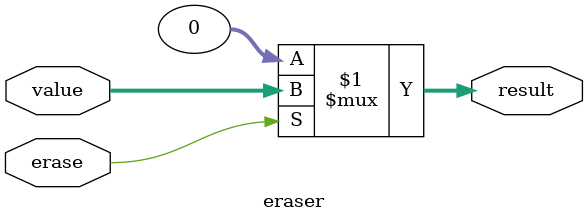
<source format=v>
module eraser(value, erase, result);
/*
	Eraser
	it's used to erase or pass the input value based on erase signal
	if erase is 1 then it passes value otherwise it erases
*/
parameter SIZE = 32;
input [SIZE - 1 : 0] value;
input erase;	//low active input, erase signal
output [SIZE - 1 : 0] result;

assign result = (erase) ? value : 0;

endmodule // Eraser
</source>
